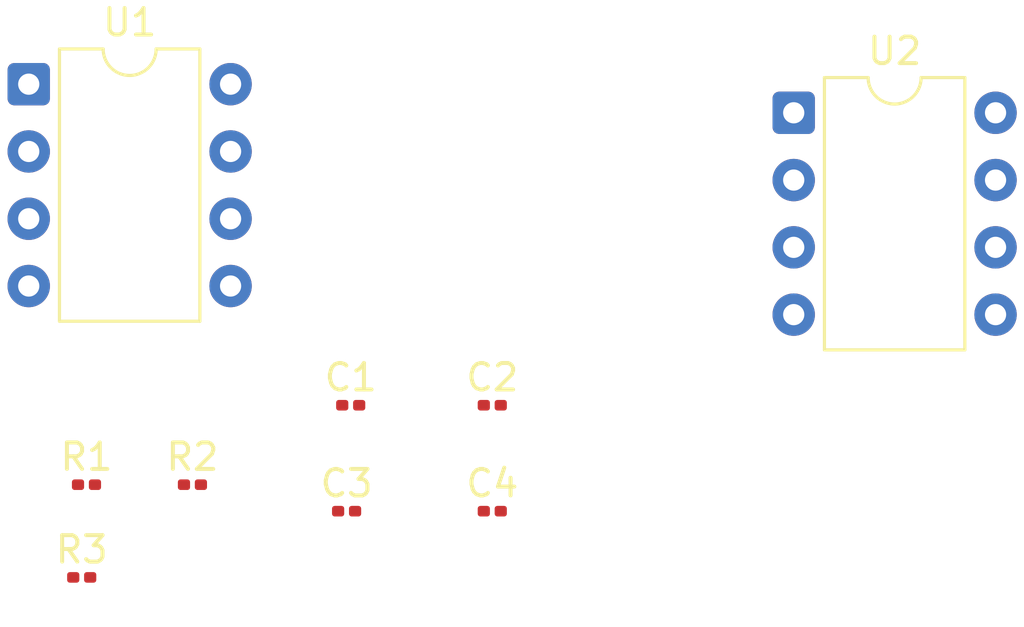
<source format=kicad_pcb>
(kicad_pcb (version 20241229) (generator "pcbnew") (generator_version "9.0")
  (layers (0 "F.Cu" signal) (2 "B.Cu" signal) (13 "F.Paste" user) (15 "B.Paste" user) (5 "F.SilkS" user "F.Silkscreen") (7 "B.SilkS" user "B.Silkscreen") (1 "F.Mask" user) (3 "B.Mask" user) (25 "Edge.Cuts" user))
  (net 0 "")
  (net 1 "/Signal 100Hz")
  (net 2 "Net-(U1-DIS)")
  (net 3 "Net-(U1-CV)")
  (net 4 "+5V")
  (net 5 "GND")
  (net 6 "Net-(U1-THR)")
  (net 7 "Net-(U2-DIS)")
  (net 8 "Net-(U2-CV)")
  (net 9 "/Signal PWM")
  (footprint "Resistor_SMD:R_0201_0603Metric" (layer "F.Cu") (at 55 70)
    (property "Reference" "R3" (at 0 -1.05 0) (layer "F.SilkS"))
    (property "Value" "temp")
    (pad "1" smd roundrect (at -0.32 0) (size 0.46 0.4) (layers "F.Cu" "F.Mask") (net 4 "+5V"))
    (pad "2" smd roundrect (at 0.32 0) (size 0.46 0.4) (layers "F.Cu" "F.Mask") (net 7 "Net-(U2-DIS)"))
  )
  (footprint "Capacitor_SMD:C_0201_0603Metric" (layer "F.Cu") (at 65 67.5)
    (property "Reference" "C3" (at 0 -1.05 0) (layer "F.SilkS"))
    (property "Value" "10nF")
    (pad "1" smd roundrect (at -0.32 0) (size 0.46 0.4) (layers "F.Cu" "F.Mask") (net 8 "Net-(U2-CV)"))
    (pad "2" smd roundrect (at 0.32 0) (size 0.46 0.4) (layers "F.Cu" "F.Mask") (net 5 "GND"))
  )
  (footprint "Capacitor_SMD:C_0201_0603Metric" (layer "F.Cu") (at 65.155 63.5)
    (property "Reference" "C1" (at 0 -1.05 0) (layer "F.SilkS"))
    (property "Value" "1.5nF")
    (pad "1" smd roundrect (at -0.32 0) (size 0.46 0.4) (layers "F.Cu" "F.Mask") (net 6 "Net-(U1-THR)"))
    (pad "2" smd roundrect (at 0.32 0) (size 0.46 0.4) (layers "F.Cu" "F.Mask") (net 5 "GND"))
  )
  (footprint "Capacitor_SMD:C_0201_0603Metric" (layer "F.Cu") (at 70.5 67.5)
    (property "Reference" "C4" (at 0 -1.05 0) (layer "F.SilkS"))
    (property "Value" "470pF")
    (pad "1" smd roundrect (at -0.32 0) (size 0.46 0.4) (layers "F.Cu" "F.Mask") (net 7 "Net-(U2-DIS)"))
    (pad "2" smd roundrect (at 0.32 0) (size 0.46 0.4) (layers "F.Cu" "F.Mask") (net 5 "GND"))
  )
  (footprint "Resistor_SMD:R_0201_0603Metric" (layer "F.Cu") (at 59.18 66.5)
    (property "Reference" "R2" (at 0 -1.05 0) (layer "F.SilkS"))
    (property "Value" "2.2k")
    (pad "1" smd roundrect (at -0.32 0) (size 0.46 0.4) (layers "F.Cu" "F.Mask") (net 2 "Net-(U1-DIS)"))
    (pad "2" smd roundrect (at 0.32 0) (size 0.46 0.4) (layers "F.Cu" "F.Mask") (net 6 "Net-(U1-THR)"))
  )
  (footprint "Package_DIP:DIP-8_W7.62mm" (layer "F.Cu") (at 81.88 52.46)
    (property "Reference" "U2" (at 3.81 -2.33 0) (layer "F.SilkS"))
    (property "Value" "LM555xN")
    (fp_line (start 1.16 -1.33) (end 1.16 8.95) (stroke (width 0.12)) (layer "F.SilkS"))
    (fp_line (start 1.16 8.95) (end 6.46 8.95) (stroke (width 0.12)) (layer "F.SilkS"))
    (fp_line (start 2.81 -1.33) (end 1.16 -1.33) (stroke (width 0.12)) (layer "F.SilkS"))
    (fp_line (start 6.46 -1.33) (end 4.81 -1.33) (stroke (width 0.12)) (layer "F.SilkS"))
    (fp_line (start 6.46 8.95) (end 6.46 -1.33) (stroke (width 0.12)) (layer "F.SilkS"))
    (fp_arc (start 4.81 -1.33) (mid 3.81 -0.33) (end 2.81 -1.33) (stroke (width 0.12)) (layer "F.SilkS"))
    (pad "1" thru_hole roundrect (at 0 0) (size 1.6 1.6) (drill 0.8) (layers "*.Cu" "*.Mask") (roundrect_rratio 0.15625) (net 5 "GND"))
    (pad "2" thru_hole circle (at 0 2.54) (size 1.6 1.6) (drill 0.8) (layers "*.Cu" "*.Mask") (net 7 "Net-(U2-DIS)"))
    (pad "3" thru_hole circle (at 0 5.08) (size 1.6 1.6) (drill 0.8) (layers "*.Cu" "*.Mask") (net 9 "/Signal PWM"))
    (pad "4" thru_hole circle (at 0 7.62) (size 1.6 1.6) (drill 0.8) (layers "*.Cu" "*.Mask"))
    (pad "5" thru_hole circle (at 7.62 7.62) (size 1.6 1.6) (drill 0.8) (layers "*.Cu" "*.Mask") (net 8 "Net-(U2-CV)"))
    (pad "6" thru_hole circle (at 7.62 5.08) (size 1.6 1.6) (drill 0.8) (layers "*.Cu" "*.Mask") (net 7 "Net-(U2-DIS)"))
    (pad "7" thru_hole circle (at 7.62 2.54) (size 1.6 1.6) (drill 0.8) (layers "*.Cu" "*.Mask") (net 7 "Net-(U2-DIS)"))
    (pad "8" thru_hole circle (at 7.62 0) (size 1.6 1.6) (drill 0.8) (layers "*.Cu" "*.Mask") (net 4 "+5V"))
  )
  (footprint "Resistor_SMD:R_0201_0603Metric" (layer "F.Cu") (at 55.18 66.5)
    (property "Reference" "R1" (at 0 -1.05 0) (layer "F.SilkS"))
    (property "Value" "5.6k")
    (pad "1" smd roundrect (at -0.32 0) (size 0.46 0.4) (layers "F.Cu" "F.Mask") (net 4 "+5V"))
    (pad "2" smd roundrect (at 0.32 0) (size 0.46 0.4) (layers "F.Cu" "F.Mask") (net 2 "Net-(U1-DIS)"))
  )
  (footprint "Package_DIP:DIP-8_W7.62mm" (layer "F.Cu") (at 53 51.38)
    (property "Reference" "U1" (at 3.81 -2.33 0) (layer "F.SilkS"))
    (property "Value" "LM555xN")
    (fp_line (start 1.16 -1.33) (end 1.16 8.95) (stroke (width 0.12)) (layer "F.SilkS"))
    (fp_line (start 1.16 8.95) (end 6.46 8.95) (stroke (width 0.12)) (layer "F.SilkS"))
    (fp_line (start 2.81 -1.33) (end 1.16 -1.33) (stroke (width 0.12)) (layer "F.SilkS"))
    (fp_line (start 6.46 -1.33) (end 4.81 -1.33) (stroke (width 0.12)) (layer "F.SilkS"))
    (fp_line (start 6.46 8.95) (end 6.46 -1.33) (stroke (width 0.12)) (layer "F.SilkS"))
    (fp_arc (start 4.81 -1.33) (mid 3.81 -0.33) (end 2.81 -1.33) (stroke (width 0.12)) (layer "F.SilkS"))
    (pad "1" thru_hole roundrect (at 0 0) (size 1.6 1.6) (drill 0.8) (layers "*.Cu" "*.Mask") (roundrect_rratio 0.15625) (net 5 "GND"))
    (pad "2" thru_hole circle (at 0 2.54) (size 1.6 1.6) (drill 0.8) (layers "*.Cu" "*.Mask") (net 6 "Net-(U1-THR)"))
    (pad "3" thru_hole circle (at 0 5.08) (size 1.6 1.6) (drill 0.8) (layers "*.Cu" "*.Mask") (net 1 "/Signal 100Hz"))
    (pad "4" thru_hole circle (at 0 7.62) (size 1.6 1.6) (drill 0.8) (layers "*.Cu" "*.Mask"))
    (pad "5" thru_hole circle (at 7.62 7.62) (size 1.6 1.6) (drill 0.8) (layers "*.Cu" "*.Mask") (net 3 "Net-(U1-CV)"))
    (pad "6" thru_hole circle (at 7.62 5.08) (size 1.6 1.6) (drill 0.8) (layers "*.Cu" "*.Mask") (net 6 "Net-(U1-THR)"))
    (pad "7" thru_hole circle (at 7.62 2.54) (size 1.6 1.6) (drill 0.8) (layers "*.Cu" "*.Mask") (net 2 "Net-(U1-DIS)"))
    (pad "8" thru_hole circle (at 7.62 0) (size 1.6 1.6) (drill 0.8) (layers "*.Cu" "*.Mask") (net 4 "+5V"))
  )
  (footprint "Capacitor_SMD:C_0201_0603Metric" (layer "F.Cu") (at 70.5 63.5)
    (property "Reference" "C2" (at 0 -1.05 0) (layer "F.SilkS"))
    (property "Value" "10nF")
    (pad "1" smd roundrect (at -0.32 0) (size 0.46 0.4) (layers "F.Cu" "F.Mask") (net 3 "Net-(U1-CV)"))
    (pad "2" smd roundrect (at 0.32 0) (size 0.46 0.4) (layers "F.Cu" "F.Mask") (net 5 "GND"))
  )
)
</source>
